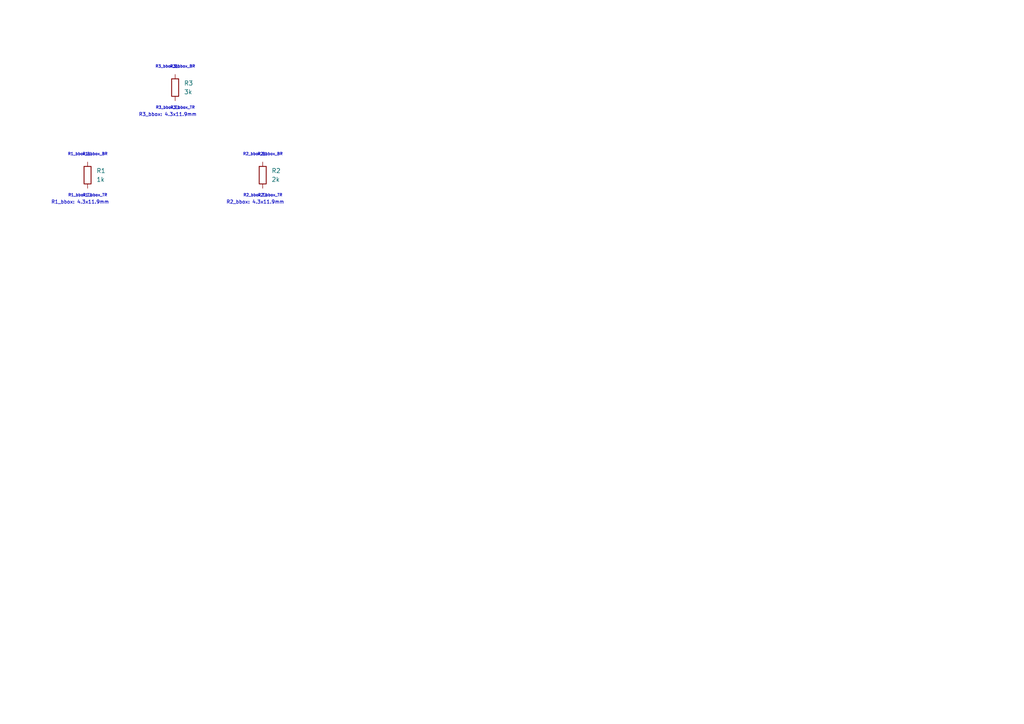
<source format=kicad_sch>
(kicad_sch (version 20250114) (generator "eeschema") (generator_version "9.0")
  (paper "A4")
  (title_block (title "Simple BBox Test"))
  (lib_symbols
    (symbol "Device:R" (pin_numbers (hide yes)) (pin_names (offset 0))
      (property "Reference" "R" (at 2.032 0 90))
      (property "Value" "R" (at 0 0 90))
      (symbol "R_0_1"
        (rectangle (start -1.016 -2.54) (end 1.016 2.54) (stroke (width 0.254)))
      )
      (symbol "R_1_1"
        (pin passive line (at 0 3.81 270) (length 1.27) (name "~") (number "1"))
        (pin passive line (at 0 -3.81 90) (length 1.27) (name "~") (number "2"))
      )
    )
  )
  (symbol (lib_id "Device:R") (at 25.4 50.8 0) (unit 1)
    (property "Reference" "R1" (at 27.94 49.5299 0) (effects (justify left)))
    (property "Value" "1k" (at 27.94 52.0699 0) (effects (justify left)))
  )
  (symbol (lib_id "Device:R") (at 76.2 50.8 0) (unit 1)
    (property "Reference" "R2" (at 78.74 49.5299 0) (effects (justify left)))
    (property "Value" "2k" (at 78.74 52.0699 0) (effects (justify left)))
  )
  (symbol (lib_id "Device:R") (at 50.8 25.4 0) (unit 1)
    (property "Reference" "R3" (at 53.34 24.1299 0) (effects (justify left)))
    (property "Value" "3k" (at 53.34 26.6699 0) (effects (justify left)))
  )
  (text R1_bbox_TL (at 23.241 56.769 0.0000) (effects (font (size 0.8 0.8))))
  (text R1_bbox_TR (at 27.559 56.769 0.0000) (effects (font (size 0.8 0.8))))
  (text R1_bbox_BL (at 23.241 44.831 0.0000) (effects (font (size 0.8 0.8))))
  (text R1_bbox_BR (at 27.559 44.831 0.0000) (effects (font (size 0.8 0.8))))
  (text "R1_bbox: 4.3x11.9mm" (at 23.241 58.769 0.0000) (effects (font (size 1 1))))
  (text R2_bbox_TL (at 74.041 56.769 0.0000) (effects (font (size 0.8 0.8))))
  (text R2_bbox_TR (at 78.359 56.769 0.0000) (effects (font (size 0.8 0.8))))
  (text R2_bbox_BL (at 74.041 44.831 0.0000) (effects (font (size 0.8 0.8))))
  (text R2_bbox_BR (at 78.359 44.831 0.0000) (effects (font (size 0.8 0.8))))
  (text "R2_bbox: 4.3x11.9mm" (at 74.041 58.769 0.0000) (effects (font (size 1 1))))
  (text R3_bbox_TL (at 48.641 31.369 0.0000) (effects (font (size 0.8 0.8))))
  (text R3_bbox_TR (at 52.959 31.369 0.0000) (effects (font (size 0.8 0.8))))
  (text R3_bbox_BL (at 48.641 19.431 0.0000) (effects (font (size 0.8 0.8))))
  (text R3_bbox_BR (at 52.959 19.431 0.0000) (effects (font (size 0.8 0.8))))
  (text "R3_bbox: 4.3x11.9mm" (at 48.641 33.369 0.0000) (effects (font (size 1 1))))
)
</source>
